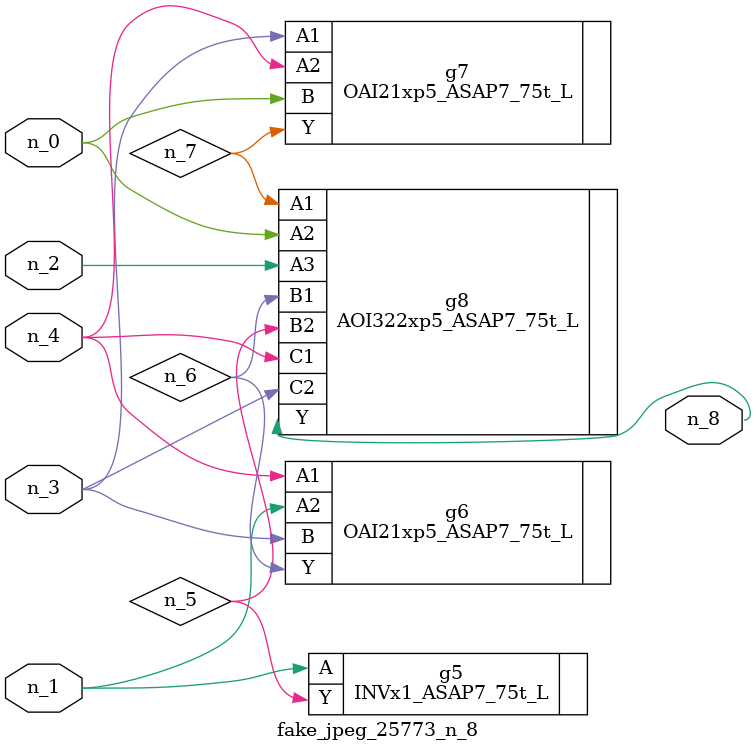
<source format=v>
module fake_jpeg_25773_n_8 (n_3, n_2, n_1, n_0, n_4, n_8);

input n_3;
input n_2;
input n_1;
input n_0;
input n_4;

output n_8;

wire n_6;
wire n_5;
wire n_7;

INVx1_ASAP7_75t_L g5 ( 
.A(n_1),
.Y(n_5)
);

OAI21xp5_ASAP7_75t_L g6 ( 
.A1(n_4),
.A2(n_1),
.B(n_3),
.Y(n_6)
);

OAI21xp5_ASAP7_75t_L g7 ( 
.A1(n_3),
.A2(n_4),
.B(n_0),
.Y(n_7)
);

AOI322xp5_ASAP7_75t_L g8 ( 
.A1(n_7),
.A2(n_0),
.A3(n_2),
.B1(n_6),
.B2(n_5),
.C1(n_4),
.C2(n_3),
.Y(n_8)
);


endmodule
</source>
